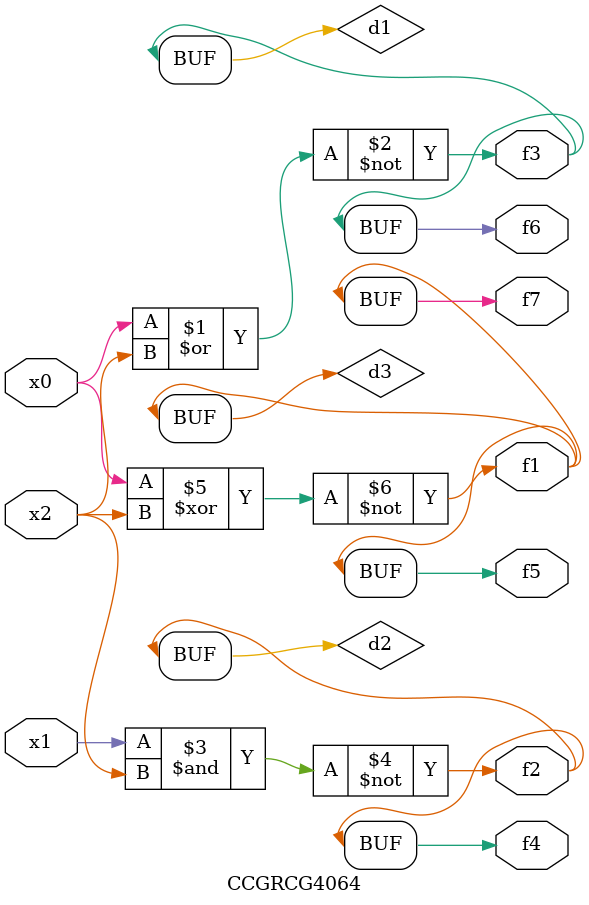
<source format=v>
module CCGRCG4064(
	input x0, x1, x2,
	output f1, f2, f3, f4, f5, f6, f7
);

	wire d1, d2, d3;

	nor (d1, x0, x2);
	nand (d2, x1, x2);
	xnor (d3, x0, x2);
	assign f1 = d3;
	assign f2 = d2;
	assign f3 = d1;
	assign f4 = d2;
	assign f5 = d3;
	assign f6 = d1;
	assign f7 = d3;
endmodule

</source>
